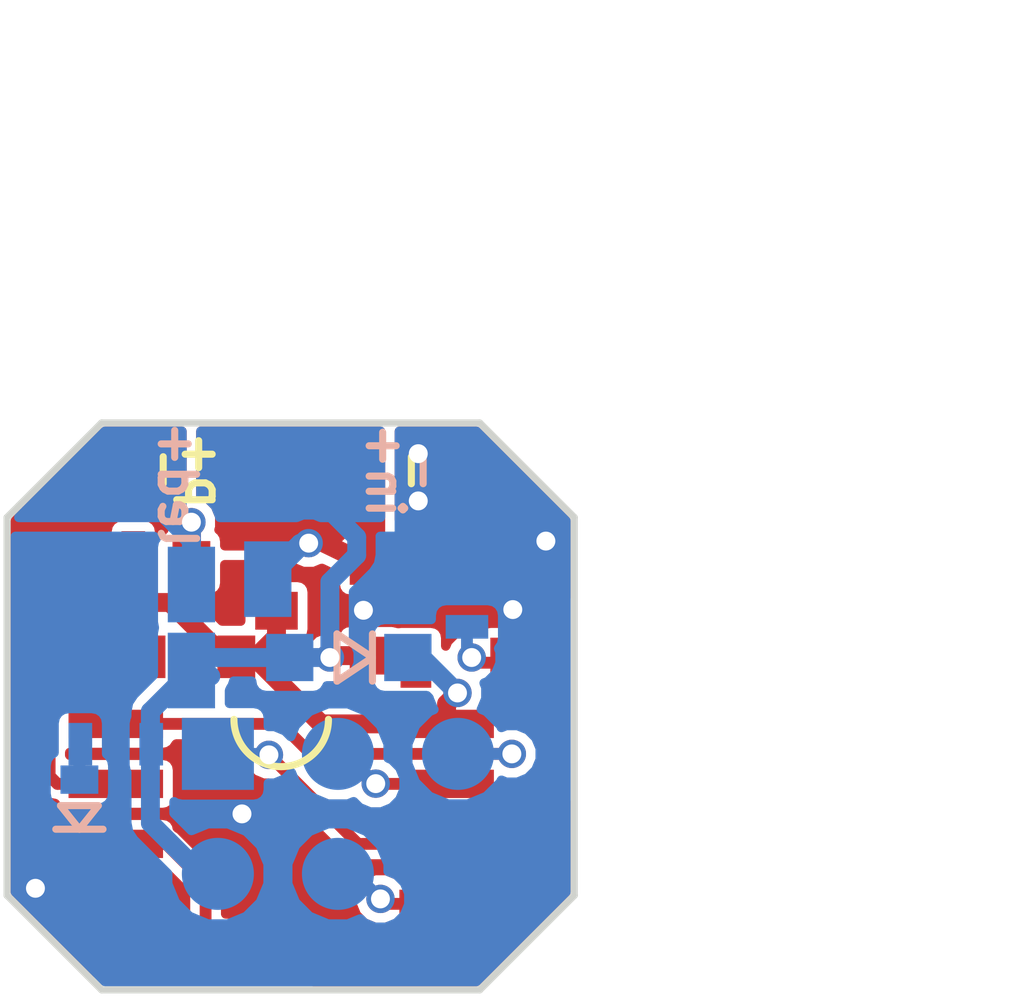
<source format=kicad_pcb>
(kicad_pcb (version 4) (host pcbnew 4.0.5+dfsg1-4)

  (general
    (links 37)
    (no_connects 0)
    (area -6.075001 -0.075001 6.075001 12.075001)
    (thickness 0.6)
    (drawings 17)
    (tracks 145)
    (zones 0)
    (modules 17)
    (nets 14)
  )

  (page A4)
  (layers
    (0 F.Cu signal)
    (31 B.Cu signal)
    (32 B.Adhes user)
    (33 F.Adhes user)
    (34 B.Paste user)
    (35 F.Paste user)
    (36 B.SilkS user)
    (37 F.SilkS user)
    (38 B.Mask user)
    (39 F.Mask user)
    (40 Dwgs.User user)
    (41 Cmts.User user)
    (42 Eco1.User user)
    (43 Eco2.User user)
    (44 Edge.Cuts user)
    (45 Margin user)
    (46 B.CrtYd user)
    (47 F.CrtYd user)
    (48 B.Fab user)
    (49 F.Fab user)
  )

  (setup
    (last_trace_width 0.25)
    (trace_clearance 0.2)
    (zone_clearance 0)
    (zone_45_only no)
    (trace_min 0.2)
    (segment_width 0.2)
    (edge_width 0.15)
    (via_size 0.6)
    (via_drill 0.4)
    (via_min_size 0.4)
    (via_min_drill 0.3)
    (uvia_size 0.3)
    (uvia_drill 0.1)
    (uvias_allowed no)
    (uvia_min_size 0.2)
    (uvia_min_drill 0.1)
    (pcb_text_width 0.3)
    (pcb_text_size 1.5 1.5)
    (mod_edge_width 0.15)
    (mod_text_size 1 1)
    (mod_text_width 0.15)
    (pad_size 0.5 0.9)
    (pad_drill 0)
    (pad_to_mask_clearance 0.2)
    (aux_axis_origin 0 0)
    (visible_elements FFFFFF7F)
    (pcbplotparams
      (layerselection 0x010f0_80000001)
      (usegerberextensions true)
      (excludeedgelayer true)
      (linewidth 0.100000)
      (plotframeref false)
      (viasonmask false)
      (mode 1)
      (useauxorigin false)
      (hpglpennumber 1)
      (hpglpenspeed 20)
      (hpglpendiameter 15)
      (hpglpenoverlay 2)
      (psnegative false)
      (psa4output false)
      (plotreference true)
      (plotvalue true)
      (plotinvisibletext false)
      (padsonsilk false)
      (subtractmaskfromsilk false)
      (outputformat 1)
      (mirror false)
      (drillshape 0)
      (scaleselection 1)
      (outputdirectory gerb/))
  )

  (net 0 "")
  (net 1 /VIN)
  (net 2 GND)
  (net 3 /RST)
  (net 4 /SCK)
  (net 5 /MISO)
  (net 6 /MOSI)
  (net 7 /PWRSW)
  (net 8 /DOUT)
  (net 9 "Net-(D3-Pad2)")
  (net 10 /VLED)
  (net 11 /VBAT)
  (net 12 /VCC)
  (net 13 /PROG)

  (net_class Default "This is the default net class."
    (clearance 0.2)
    (trace_width 0.25)
    (via_dia 0.6)
    (via_drill 0.4)
    (uvia_dia 0.3)
    (uvia_drill 0.1)
    (add_net /DOUT)
    (add_net /MISO)
    (add_net /MOSI)
    (add_net /PROG)
    (add_net /PWRSW)
    (add_net /RST)
    (add_net /SCK)
    (add_net "Net-(D3-Pad2)")
  )

  (net_class power ""
    (clearance 0.2)
    (trace_width 0.4)
    (via_dia 0.6)
    (via_drill 0.4)
    (uvia_dia 0.3)
    (uvia_drill 0.1)
    (add_net /VBAT)
    (add_net /VCC)
    (add_net /VIN)
    (add_net /VLED)
    (add_net GND)
  )

  (module soic8:SO8E (layer F.Cu) (tedit 589CAF75) (tstamp 5899092B)
    (at -0.2 8.275 270)
    (descr "module CMS SOJ 8 pins etroit")
    (tags "CMS SOJ")
    (path /5898F0F4)
    (attr smd)
    (fp_text reference IC1 (at 0 -0.889 270) (layer F.SilkS) hide
      (effects (font (size 1.143 1.143) (thickness 0.1524)))
    )
    (fp_text value ATTINY85-S (at 0 1.016 270) (layer F.SilkS) hide
      (effects (font (size 0.889 0.889) (thickness 0.1524)))
    )
    (fp_arc (start -2 0) (end -1 0) (angle 90) (layer F.SilkS) (width 0.15))
    (fp_arc (start -2 0) (end -2 -1) (angle 90) (layer F.SilkS) (width 0.15))
    (pad 8 smd rect (at -1.905 -3.5 270) (size 0.59944 2) (layers F.Cu F.Paste F.Mask)
      (net 12 /VCC))
    (pad 1 smd rect (at -1.905 3.5 270) (size 0.59944 2) (layers F.Cu F.Paste F.Mask)
      (net 3 /RST))
    (pad 7 smd rect (at -0.635 -3.5 270) (size 0.59944 2) (layers F.Cu F.Paste F.Mask)
      (net 4 /SCK))
    (pad 6 smd rect (at 0.635 -3.5 270) (size 0.59944 2) (layers F.Cu F.Paste F.Mask)
      (net 5 /MISO))
    (pad 5 smd rect (at 1.905 -3.5 270) (size 0.59944 2) (layers F.Cu F.Paste F.Mask)
      (net 6 /MOSI))
    (pad 2 smd rect (at -0.635 3.5 270) (size 0.59944 2) (layers F.Cu F.Paste F.Mask)
      (net 7 /PWRSW))
    (pad 3 smd rect (at 0.635 3.5 270) (size 0.59944 2) (layers F.Cu F.Paste F.Mask)
      (net 8 /DOUT))
    (pad 4 smd rect (at 1.905 3.5 270) (size 0.59944 2) (layers F.Cu F.Paste F.Mask)
      (net 2 GND))
    (model Housings_SOIC.3dshapes/SOIJ-8_5.3x5.3mm_Pitch1.27mm.wrl
      (at (xyz 0 0 0))
      (scale (xyz 1 1 1))
      (rotate (xyz 0 0 90))
    )
  )

  (module Pin_Headers:Pin_Header_Straight_1x02 (layer F.Cu) (tedit 589DB77F) (tstamp 589B5241)
    (at 1.27 1.02 90)
    (descr "Through hole pin header")
    (tags "pin header")
    (path /5898F9DF)
    (fp_text reference P3 (at 0 -5.1 90) (layer F.SilkS) hide
      (effects (font (size 1 1) (thickness 0.15)))
    )
    (fp_text value BATT (at 0 -3.1 90) (layer F.Fab) hide
      (effects (font (size 1 1) (thickness 0.15)))
    )
    (pad 1 smd rect (at 0 -1.27 90) (size 1 1) (layers F.Cu F.Mask)
      (net 11 /VBAT) (zone_connect 2))
    (pad 2 smd rect (at 0 2.54 90) (size 0.5 0.5) (layers F.Cu F.Mask)
      (net 2 GND) (zone_connect 2))
  )

  (module Pin_Headers:Pin_Header_Straight_1x02 (layer B.Cu) (tedit 589DB5B1) (tstamp 589AE5EB)
    (at -1.27 1.02 90)
    (descr "Through hole pin header")
    (tags "pin header")
    (path /5898F893)
    (fp_text reference P2 (at 0 5.1 90) (layer B.SilkS) hide
      (effects (font (size 1 1) (thickness 0.15)) (justify mirror))
    )
    (fp_text value CHARGER (at 0 3.1 90) (layer B.Fab) hide
      (effects (font (size 1 1) (thickness 0.15)) (justify mirror))
    )
    (pad 1 smd rect (at 0 1.27 90) (size 1 1) (layers B.Cu B.Mask)
      (net 1 /VIN) (zone_connect 2))
    (pad 2 smd rect (at 0.02 5.02 90) (size 0.5 0.5) (layers B.Cu B.Mask)
      (net 2 GND) (zone_connect 2))
  )

  (module Capacitors_SMD:C_1206 (layer B.Cu) (tedit 58991F5E) (tstamp 589908E9)
    (at -3.6 5.24 180)
    (descr "Capacitor SMD 1206, reflow soldering, AVX (see smccp.pdf)")
    (tags "capacitor 1206")
    (path /58990F90)
    (attr smd)
    (fp_text reference C1 (at 0 2.3 180) (layer B.SilkS) hide
      (effects (font (size 1 1) (thickness 0.15)) (justify mirror))
    )
    (fp_text value 4u7 (at 0 -2.3 180) (layer B.Fab) hide
      (effects (font (size 1 1) (thickness 0.15)) (justify mirror))
    )
    (pad 1 smd rect (at -1.5 0 180) (size 1 1.6) (layers B.Cu B.Paste B.Mask)
      (net 1 /VIN))
    (pad 2 smd rect (at 1.5 0 180) (size 1 1.6) (layers B.Cu B.Paste B.Mask)
      (net 2 GND))
    (model Capacitors_SMD.3dshapes/C_1206.wrl
      (at (xyz 0 0 0))
      (scale (xyz 1 1 1))
      (rotate (xyz 0 0 0))
    )
  )

  (module Capacitors_SMD:C_0603 (layer F.Cu) (tedit 589D2177) (tstamp 589D2405)
    (at -4.08 2.74 180)
    (descr "Capacitor SMD 0603, reflow soldering, AVX (see smccp.pdf)")
    (tags "capacitor 0603")
    (path /589D7C16)
    (attr smd)
    (fp_text reference C4 (at 0 -1.9 180) (layer F.SilkS) hide
      (effects (font (size 1 1) (thickness 0.15)))
    )
    (fp_text value 100n (at 0 1.9 180) (layer F.Fab) hide
      (effects (font (size 1 1) (thickness 0.15)))
    )
    (pad 1 smd rect (at -0.75 0 180) (size 0.5 0.9) (layers F.Cu F.Paste F.Mask)
      (net 12 /VCC))
    (pad 2 smd rect (at 0.75 0 180) (size 0.5 0.9) (layers F.Cu F.Paste F.Mask)
      (net 2 GND))
    (model Capacitors_SMD.3dshapes/C_0603.wrl
      (at (xyz 0 0 0))
      (scale (xyz 1 1 1))
      (rotate (xyz 0 0 0))
    )
  )

  (module TO_SOT_Packages_SMD:SOT-23-5 (layer F.Cu) (tedit 5899346D) (tstamp 58990E15)
    (at 3.6 3.975 270)
    (descr "5-pin SOT23 package")
    (tags SOT-23-5)
    (path /5898F60F)
    (attr smd)
    (fp_text reference U1 (at 0 -2.9 270) (layer F.SilkS) hide
      (effects (font (size 1 1) (thickness 0.15)))
    )
    (fp_text value MCP73831 (at 0 2.9 270) (layer F.Fab) hide
      (effects (font (size 1 1) (thickness 0.15)))
    )
    (pad 1 smd rect (at -1.1 -0.95 270) (size 1.06 0.65) (layers F.Cu F.Paste F.Mask)
      (net 5 /MISO))
    (pad 2 smd rect (at -1.1 0 270) (size 1.06 0.65) (layers F.Cu F.Paste F.Mask)
      (net 2 GND))
    (pad 3 smd rect (at -1.1 0.95 270) (size 1.06 0.65) (layers F.Cu F.Paste F.Mask)
      (net 11 /VBAT))
    (pad 4 smd rect (at 1.1 0.95 270) (size 1.06 0.65) (layers F.Cu F.Paste F.Mask)
      (net 1 /VIN))
    (pad 5 smd rect (at 1.1 -0.95 270) (size 1.06 0.65) (layers F.Cu F.Paste F.Mask)
      (net 13 /PROG))
    (model TO_SOT_Packages_SMD.3dshapes/SOT-23-5.wrl
      (at (xyz 0 0 0))
      (scale (xyz 1 1 1))
      (rotate (xyz 0 0 0))
    )
  )

  (module Diodes_SMD:SOD-323_HandSoldering (layer B.Cu) (tedit 589CF8E8) (tstamp 5899091F)
    (at 1.23 4.965 180)
    (descr SOD-323)
    (tags SOD-323)
    (path /5898F7E4)
    (attr smd)
    (fp_text reference D1 (at 0 1.85 180) (layer B.SilkS) hide
      (effects (font (size 1 1) (thickness 0.15)) (justify mirror))
    )
    (fp_text value D_Schottky (at 0.1 -1.9 180) (layer B.Fab) hide
      (effects (font (size 1 1) (thickness 0.15)) (justify mirror))
    )
    (fp_line (start -0.5 0) (end 0.25 0.5) (layer B.SilkS) (width 0.15))
    (fp_line (start 0.25 0.5) (end 0.25 -0.5) (layer B.SilkS) (width 0.15))
    (fp_line (start 0.25 -0.5) (end -0.5 0) (layer B.SilkS) (width 0.15))
    (fp_line (start -0.5 0.5) (end -0.5 -0.5) (layer B.SilkS) (width 0.15))
    (pad 1 smd rect (at -1.25 0 180) (size 1 1) (layers B.Cu B.Paste B.Mask)
      (net 12 /VCC))
    (pad 2 smd rect (at 1.25 0 180) (size 1 1) (layers B.Cu B.Paste B.Mask)
      (net 1 /VIN))
    (model Diodes_SMD.3dshapes/SOD-323.wrl
      (at (xyz 0 0 0))
      (scale (xyz 1 1 1))
      (rotate (xyz 0 0 180))
    )
  )

  (module Diodes_SMD:D_0603 (layer B.Cu) (tedit 589CB182) (tstamp 589D80DB)
    (at -4.47 8.4 90)
    (descr "Diode SMD in 0603 package")
    (tags "smd diode")
    (path /589B77EE)
    (attr smd)
    (fp_text reference D3 (at 0 -1.5 90) (layer B.SilkS) hide
      (effects (font (size 1 1) (thickness 0.15)) (justify mirror))
    )
    (fp_text value D (at 0 1.5 90) (layer B.Fab) hide
      (effects (font (size 1 1) (thickness 0.15)) (justify mirror))
    )
    (fp_line (start -0.2 0.5) (end -0.2 -0.5) (layer B.SilkS) (width 0.15))
    (fp_line (start -0.2 0) (end 0.3 0.4) (layer B.SilkS) (width 0.15))
    (fp_line (start 0.3 0.4) (end 0.3 -0.4) (layer B.SilkS) (width 0.15))
    (fp_line (start 0.3 -0.4) (end -0.2 0) (layer B.SilkS) (width 0.15))
    (pad 1 smd rect (at -0.85 0 90) (size 0.6 0.8) (layers B.Cu B.Paste B.Mask)
      (net 2 GND) (zone_connect 2))
    (pad 2 smd rect (at 0.85 0 90) (size 0.6 0.8) (layers B.Cu B.Paste B.Mask)
      (net 9 "Net-(D3-Pad2)"))
  )

  (module Resistors_SMD:R_0603 (layer B.Cu) (tedit 589BB010) (tstamp 58990961)
    (at 3.73 3.565 270)
    (descr "Resistor SMD 0603, reflow soldering, Vishay (see dcrcw.pdf)")
    (tags "resistor 0603")
    (path /58990110)
    (attr smd)
    (fp_text reference R1 (at 0 1.9 270) (layer B.SilkS) hide
      (effects (font (size 1 1) (thickness 0.15)) (justify mirror))
    )
    (fp_text value 15K (at 0 -1.9 270) (layer B.Fab) hide
      (effects (font (size 1 1) (thickness 0.15)) (justify mirror))
    )
    (pad 1 smd rect (at -0.75 0 270) (size 0.5 0.9) (layers B.Cu B.Paste B.Mask)
      (net 2 GND))
    (pad 2 smd rect (at 0.75 0 270) (size 0.5 0.9) (layers B.Cu B.Paste B.Mask)
      (net 13 /PROG))
    (model Resistors_SMD.3dshapes/R_0603.wrl
      (at (xyz 0 0 0))
      (scale (xyz 1 1 1))
      (rotate (xyz 0 0 0))
    )
  )

  (module Resistors_SMD:R_0603 (layer F.Cu) (tedit 589DE0D0) (tstamp 58990971)
    (at 5.07 7 90)
    (descr "Resistor SMD 0603, reflow soldering, Vishay (see dcrcw.pdf)")
    (tags "resistor 0603")
    (path /589CE986)
    (attr smd)
    (fp_text reference R2 (at 0 -1.9 90) (layer F.SilkS) hide
      (effects (font (size 1 1) (thickness 0.15)))
    )
    (fp_text value 0 (at 0 1.9 90) (layer F.Fab) hide
      (effects (font (size 1 1) (thickness 0.15)))
    )
    (pad 1 smd rect (at -0.76 0 90) (size 0.5 0.9) (layers F.Cu F.Paste F.Mask)
      (net 5 /MISO))
    (pad 2 smd rect (at 0.75 0 90) (size 0.5 0.9) (layers F.Cu F.Paste F.Mask)
      (net 5 /MISO))
    (model Resistors_SMD.3dshapes/R_0603.wrl
      (at (xyz 0 0 0))
      (scale (xyz 1 1 1))
      (rotate (xyz 0 0 0))
    )
  )

  (module Resistors_SMD:R_0603 (layer B.Cu) (tedit 589B6EC8) (tstamp 589B5354)
    (at -3.7 6.8)
    (descr "Resistor SMD 0603, reflow soldering, Vishay (see dcrcw.pdf)")
    (tags "resistor 0603")
    (path /589913D7)
    (attr smd)
    (fp_text reference R3 (at 0 1.9) (layer B.SilkS) hide
      (effects (font (size 1 1) (thickness 0.15)) (justify mirror))
    )
    (fp_text value 56K (at 0 -1.9) (layer B.Fab) hide
      (effects (font (size 1 1) (thickness 0.15)) (justify mirror))
    )
    (pad 1 smd rect (at -0.75 0) (size 0.5 0.9) (layers B.Cu B.Paste B.Mask)
      (net 9 "Net-(D3-Pad2)"))
    (pad 2 smd rect (at 0.75 0) (size 0.5 0.9) (layers B.Cu B.Paste B.Mask)
      (net 1 /VIN))
    (model Resistors_SMD.3dshapes/R_0603.wrl
      (at (xyz 0 0 0))
      (scale (xyz 1 1 1))
      (rotate (xyz 0 0 0))
    )
  )

  (module TO_SOT_Packages_SMD:SOT-23 (layer F.Cu) (tedit 589934AF) (tstamp 5899093E)
    (at 0.7 3.975 180)
    (descr "SOT-23, Standard")
    (tags SOT-23)
    (path /5898F25B)
    (attr smd)
    (fp_text reference Q1 (at 0 -2.5 180) (layer F.SilkS) hide
      (effects (font (size 1 1) (thickness 0.15)))
    )
    (fp_text value "AO2401-P Mosfet" (at 0 2.5 180) (layer F.Fab) hide
      (effects (font (size 1 1) (thickness 0.15)))
    )
    (pad 1 smd rect (at -1 -0.95 180) (size 0.9 0.8) (layers F.Cu F.Paste F.Mask)
      (net 1 /VIN))
    (pad 2 smd rect (at -1 0.95 180) (size 0.9 0.8) (layers F.Cu F.Paste F.Mask)
      (net 11 /VBAT))
    (pad 3 smd rect (at 1 0 180) (size 0.9 0.8) (layers F.Cu F.Paste F.Mask)
      (net 12 /VCC))
    (model TO_SOT_Packages_SMD.3dshapes/SOT-23.wrl
      (at (xyz 0 0 0))
      (scale (xyz 1 1 1))
      (rotate (xyz 0 0 90))
    )
  )

  (module Pin_Headers:Pin_Header_Straight_1x03 (layer F.Cu) (tedit 589DB7B0) (tstamp 589AE5DA)
    (at -4.3 12.05 90)
    (descr "Through hole pin header")
    (tags "pin header")
    (path /5898FABF)
    (fp_text reference P1 (at 0 -5.1 90) (layer F.SilkS) hide
      (effects (font (size 1 1) (thickness 0.15)))
    )
    (fp_text value LEDBALL (at 0 -3.1 90) (layer F.Fab) hide
      (effects (font (size 1 1) (thickness 0.15)))
    )
    (pad 1 smd rect (at 10.8 0.4 90) (size 0.5 0.5) (layers B.Cu B.Mask)
      (net 10 /VLED))
    (pad 2 smd rect (at 0.85 2.5 90) (size 1 4) (layers F.Cu F.Mask)
      (net 8 /DOUT))
    (pad 3 smd rect (at 10.9 0.5 90) (size 0.5 0.5) (layers F.Cu F.Mask)
      (net 2 GND) (zone_connect 2))
  )

  (module Capacitors_SMD:C_1206 (layer B.Cu) (tedit 58991F74) (tstamp 589908F9)
    (at -3.6 3.42 180)
    (descr "Capacitor SMD 1206, reflow soldering, AVX (see smccp.pdf)")
    (tags "capacitor 1206")
    (path /58992AB6)
    (attr smd)
    (fp_text reference C2 (at 0 2.3 180) (layer B.SilkS) hide
      (effects (font (size 1 1) (thickness 0.15)) (justify mirror))
    )
    (fp_text value 4u7 (at 0 -2.3 180) (layer B.Fab) hide
      (effects (font (size 1 1) (thickness 0.15)) (justify mirror))
    )
    (pad 1 smd rect (at -1.5 0 180) (size 1 1.6) (layers B.Cu B.Paste B.Mask)
      (net 10 /VLED))
    (pad 2 smd rect (at 1.5 0 180) (size 1 1.6) (layers B.Cu B.Paste B.Mask)
      (net 2 GND))
    (model Capacitors_SMD.3dshapes/C_1206.wrl
      (at (xyz 0 0 0))
      (scale (xyz 1 1 1))
      (rotate (xyz 0 0 0))
    )
  )

  (module Capacitors_SMD:C_1206 (layer B.Cu) (tedit 589920CE) (tstamp 58990909)
    (at 1.016 3.306)
    (descr "Capacitor SMD 1206, reflow soldering, AVX (see smccp.pdf)")
    (tags "capacitor 1206")
    (path /58992D26)
    (attr smd)
    (fp_text reference C3 (at 0 2.3) (layer B.SilkS) hide
      (effects (font (size 1 1) (thickness 0.15)) (justify mirror))
    )
    (fp_text value 4u7 (at 0 -2.3) (layer B.Fab) hide
      (effects (font (size 1 1) (thickness 0.15)) (justify mirror))
    )
    (pad 1 smd rect (at -1.5 0) (size 1 1.6) (layers B.Cu B.Paste B.Mask)
      (net 11 /VBAT))
    (pad 2 smd rect (at 1.5 0) (size 1 1.6) (layers B.Cu B.Paste B.Mask)
      (net 2 GND))
    (model Capacitors_SMD.3dshapes/C_1206.wrl
      (at (xyz 0 0 0))
      (scale (xyz 1 1 1))
      (rotate (xyz 0 0 0))
    )
  )

  (module TO_SOT_Packages_SMD:SOT-23 (layer F.Cu) (tedit 58992D70) (tstamp 58990951)
    (at -2.1 3.95 90)
    (descr "SOT-23, Standard")
    (tags SOT-23)
    (path /58991991)
    (attr smd)
    (fp_text reference Q2 (at 0 -2.5 90) (layer F.SilkS) hide
      (effects (font (size 1 1) (thickness 0.15)))
    )
    (fp_text value "AO2401-P Mosfet" (at 0 2.5 90) (layer F.Fab) hide
      (effects (font (size 1 1) (thickness 0.15)))
    )
    (pad 1 smd rect (at -1 -0.95 90) (size 0.9 0.8) (layers F.Cu F.Paste F.Mask)
      (net 7 /PWRSW))
    (pad 2 smd rect (at -1 0.95 90) (size 0.9 0.8) (layers F.Cu F.Paste F.Mask)
      (net 12 /VCC))
    (pad 3 smd rect (at 1 0 90) (size 0.9 0.8) (layers F.Cu F.Paste F.Mask)
      (net 10 /VLED))
    (model TO_SOT_Packages_SMD.3dshapes/SOT-23.wrl
      (at (xyz 0 0 0))
      (scale (xyz 1 1 1))
      (rotate (xyz 0 0 90))
    )
  )

  (module avr:pin_array_3x2 (layer B.Cu) (tedit 5527C087) (tstamp 589B5716)
    (at 1 8.275)
    (descr "Double rangee de contacts 2 x 4 pins")
    (tags CONN)
    (path /5898F050)
    (fp_text reference CON1 (at 0 3.81) (layer B.SilkS) hide
      (effects (font (size 1.016 1.016) (thickness 0.2032)) (justify mirror))
    )
    (fp_text value AVR-ISP-6 (at 0 -3.81) (layer B.SilkS) hide
      (effects (font (size 1.016 1.016) (thickness 0.2032)) (justify mirror))
    )
    (pad 1 smd rect (at -2.54 -1.27) (size 1.524 1.524) (layers B.Cu B.Paste B.Mask)
      (net 5 /MISO))
    (pad 2 smd circle (at -2.54 1.27) (size 1.524 1.524) (layers B.Cu B.Paste B.Mask)
      (net 1 /VIN))
    (pad 3 smd circle (at 0 -1.27) (size 1.524 1.524) (layers B.Cu B.Paste B.Mask)
      (net 4 /SCK))
    (pad 4 smd circle (at 0 1.27) (size 1.524 1.524) (layers B.Cu B.Paste B.Mask)
      (net 6 /MOSI))
    (pad 5 smd circle (at 2.54 -1.27) (size 1.524 1.524) (layers B.Cu B.Paste B.Mask)
      (net 3 /RST))
    (pad 6 smd circle (at 2.54 1.27) (size 1.524 1.524) (layers B.Cu B.Paste B.Mask)
      (net 2 GND))
    (model pin_array/pins_array_3x2.wrl
      (at (xyz 0 0 0))
      (scale (xyz 1 1 1))
      (rotate (xyz 0 0 0))
    )
  )

  (gr_text b+ (at -2 1 90) (layer F.SilkS)
    (effects (font (size 0.75 0.75) (thickness 0.15)))
  )
  (gr_text led+ (at -2.4 1.3 270) (layer B.SilkS)
    (effects (font (size 0.75 0.75) (thickness 0.15)) (justify mirror))
  )
  (gr_text - (at 2.75 1 90) (layer B.SilkS)
    (effects (font (size 0.75 0.75) (thickness 0.15)) (justify mirror))
  )
  (gr_text in+ (at 2 1 270) (layer B.SilkS)
    (effects (font (size 0.75 0.75) (thickness 0.15)) (justify mirror))
  )
  (gr_text - (at -2.75 1 90) (layer F.SilkS)
    (effects (font (size 0.75 0.75) (thickness 0.15)))
  )
  (gr_text - (at 2.5 1 90) (layer F.SilkS)
    (effects (font (size 0.75 0.75) (thickness 0.15)))
  )
  (dimension 12 (width 0.3) (layer Cmts.User)
    (gr_text "12.000 mm" (at 0 -7.1) (layer Cmts.User)
      (effects (font (size 1.5 1.5) (thickness 0.3)))
    )
    (feature1 (pts (xy 6 -2) (xy 6 -8.45)))
    (feature2 (pts (xy -6 -2) (xy -6 -8.45)))
    (crossbar (pts (xy -6 -5.75) (xy 6 -5.75)))
    (arrow1a (pts (xy 6 -5.75) (xy 4.873496 -5.163579)))
    (arrow1b (pts (xy 6 -5.75) (xy 4.873496 -6.336421)))
    (arrow2a (pts (xy -6 -5.75) (xy -4.873496 -5.163579)))
    (arrow2b (pts (xy -6 -5.75) (xy -4.873496 -6.336421)))
  )
  (dimension 12 (width 0.3) (layer Cmts.User)
    (gr_text "12.000 mm" (at 12.98 5.95 270) (layer Cmts.User)
      (effects (font (size 1.5 1.5) (thickness 0.3)))
    )
    (feature1 (pts (xy 8 12) (xy 14.2 12)))
    (feature2 (pts (xy 8 0) (xy 14.2 0)))
    (crossbar (pts (xy 11.5 0) (xy 11.5 12)))
    (arrow1a (pts (xy 11.5 12) (xy 10.913579 10.873496)))
    (arrow1b (pts (xy 11.5 12) (xy 12.086421 10.873496)))
    (arrow2a (pts (xy 11.5 0) (xy 10.913579 1.126504)))
    (arrow2b (pts (xy 11.5 0) (xy 12.086421 1.126504)))
  )
  (gr_line (start 4 0) (end -4 0) (angle 90) (layer Edge.Cuts) (width 0.15))
  (gr_line (start 6 2) (end 4 0) (angle 90) (layer Edge.Cuts) (width 0.15))
  (gr_line (start 6 10) (end 6 2) (angle 90) (layer Edge.Cuts) (width 0.15))
  (gr_line (start 4 12) (end 6 10) (angle 90) (layer Edge.Cuts) (width 0.15))
  (gr_line (start -4 12) (end 4 12) (angle 90) (layer Edge.Cuts) (width 0.15))
  (gr_line (start -6 10) (end -4 12) (angle 90) (layer Edge.Cuts) (width 0.15))
  (gr_line (start -6 2) (end -6 10) (angle 90) (layer Edge.Cuts) (width 0.15))
  (gr_line (start -5.75 1.75) (end -6 2) (angle 90) (layer Edge.Cuts) (width 0.15))
  (gr_line (start -4 0) (end -5.75 1.75) (angle 90) (layer Edge.Cuts) (width 0.15))

  (segment (start -2.9675 6.1075) (end -2.9675 6.7825) (width 0.4) (layer B.Cu) (net 1))
  (segment (start -2.9675 6.7825) (end -2.95 6.8) (width 0.4) (layer B.Cu) (net 1) (tstamp 589DBFE6))
  (segment (start -2.9675 8.4675) (end -2.9675 6.1075) (width 0.4) (layer B.Cu) (net 1))
  (segment (start -2.9675 6.1075) (end -2.1 5.24) (width 0.4) (layer B.Cu) (net 1) (tstamp 589DB22E))
  (segment (start -0.02 4.965) (end -1.825 4.965) (width 0.4) (layer B.Cu) (net 1))
  (segment (start -1.825 4.965) (end -2.1 5.24) (width 0.4) (layer B.Cu) (net 1) (tstamp 589DB229))
  (segment (start -2.1 5.25) (end -1.8 5.25) (width 0.4) (layer B.Cu) (net 1))
  (segment (start -1.8 5.25) (end -1.691284 5.358716) (width 0.4) (layer B.Cu) (net 1) (tstamp 589DAFF8))
  (segment (start -1.691284 5.358716) (end -2.1 5.25) (width 0.4) (layer B.Cu) (net 1) (tstamp 589DAFFC))
  (segment (start 0.83 4.965) (end 0.83 3.365) (width 0.4) (layer B.Cu) (net 1))
  (segment (start 1.397 2.417) (end 0 1.02) (width 0.4) (layer B.Cu) (net 1) (tstamp 589DAF6D))
  (segment (start 1.397 2.798) (end 1.397 2.417) (width 0.4) (layer B.Cu) (net 1) (tstamp 589DAF6A))
  (segment (start 0.83 3.365) (end 1.397 2.798) (width 0.4) (layer B.Cu) (net 1) (tstamp 589DAF67))
  (segment (start -1.54 9.545) (end -1.89 9.545) (width 0.4) (layer B.Cu) (net 1))
  (segment (start -1.89 9.545) (end -2.9675 8.4675) (width 0.4) (layer B.Cu) (net 1) (tstamp 589CFE7A))
  (segment (start -0.02 4.965) (end 0.83 4.965) (width 0.4) (layer B.Cu) (net 1) (tstamp 589CFE23))
  (via (at 0.83 4.965) (size 0.6) (drill 0.4) (layers F.Cu B.Cu) (net 1))
  (segment (start 0.83 4.965) (end 0.87 4.925) (width 0.4) (layer F.Cu) (net 1) (tstamp 589CFE2A))
  (segment (start 0.87 4.925) (end 1.7 4.925) (width 0.4) (layer F.Cu) (net 1) (tstamp 589CFE2B))
  (segment (start 1.7 4.925) (end 2.5 4.925) (width 0.4) (layer F.Cu) (net 1))
  (segment (start 2.5 4.925) (end 2.65 5.075) (width 0.4) (layer F.Cu) (net 1) (tstamp 589CFCF2))
  (segment (start 3.75 1) (end 4.3 1) (width 0.4) (layer B.Cu) (net 2))
  (via (at 5.4 2.5) (size 0.6) (drill 0.4) (layers F.Cu B.Cu) (net 2))
  (segment (start 5.4 2.1) (end 5.4 2.5) (width 0.4) (layer B.Cu) (net 2) (tstamp 589DC5F4))
  (segment (start 4.3 1) (end 5.4 2.1) (width 0.4) (layer B.Cu) (net 2) (tstamp 589DC5F2))
  (segment (start 3.75 1) (end 3.05 1) (width 0.4) (layer B.Cu) (net 2))
  (segment (start 2.7 1.65) (end 3.1 1.65) (width 0.4) (layer B.Cu) (net 2) (tstamp 589DB824))
  (via (at 2.7 1.65) (size 0.6) (drill 0.4) (layers F.Cu B.Cu) (net 2))
  (segment (start 2.7 0.65) (end 2.7 1.65) (width 0.4) (layer F.Cu) (net 2) (tstamp 589DB821))
  (via (at 2.7 0.65) (size 0.6) (drill 0.4) (layers F.Cu B.Cu) (net 2))
  (segment (start 3.05 1) (end 2.7 0.65) (width 0.4) (layer B.Cu) (net 2) (tstamp 589DB818))
  (segment (start -5.1 3.42) (end -4.97 3.42) (width 0.4) (layer B.Cu) (net 2))
  (segment (start -4.97 3.42) (end -4.2 2.65) (width 0.4) (layer B.Cu) (net 2) (tstamp 589DB7E8))
  (segment (start -3.7 10.18) (end -5.07 10.18) (width 0.4) (layer F.Cu) (net 2))
  (via (at -5.4 9.85) (size 0.6) (drill 0.4) (layers F.Cu B.Cu) (net 2))
  (segment (start -5.07 10.18) (end -5.4 9.85) (width 0.4) (layer F.Cu) (net 2) (tstamp 589DB71E))
  (segment (start -3.7 10.18) (end -3.85 10.18) (width 0.4) (layer F.Cu) (net 2))
  (segment (start 3.67 2.875) (end 3.67 1.065) (width 0.4) (layer B.Cu) (net 2) (tstamp 589D0130))
  (segment (start 3.73 1.125) (end 3.67 1.065) (width 0.4) (layer B.Cu) (net 2) (tstamp 589D001F))
  (segment (start 3.73 2.815) (end 3.73 1.125) (width 0.4) (layer B.Cu) (net 2))
  (segment (start 3.6 2.875) (end 3.6 1.135) (width 0.4) (layer F.Cu) (net 2))
  (segment (start 3.6 1.135) (end 3.67 1.065) (width 0.4) (layer F.Cu) (net 2) (tstamp 589CFEC0))
  (segment (start 3.54 9.545) (end 2.87 9.545) (width 0.25) (layer B.Cu) (net 2))
  (segment (start 2.87 9.545) (end 1.54 8.215) (width 0.25) (layer B.Cu) (net 2) (tstamp 589D0946))
  (segment (start 1.54 8.215) (end -0.97 8.215) (width 0.25) (layer B.Cu) (net 2) (tstamp 589D0947))
  (segment (start -0.97 8.215) (end -1.03 8.275) (width 0.25) (layer B.Cu) (net 2) (tstamp 589D094D))
  (via (at -1.03 8.275) (size 0.6) (drill 0.4) (layers F.Cu B.Cu) (net 2))
  (segment (start -1.03 8.275) (end -1.04 8.265) (width 0.25) (layer F.Cu) (net 2) (tstamp 589D095A))
  (segment (start 2.33 3.265) (end 2.24 3.265) (width 0.4) (layer B.Cu) (net 2))
  (segment (start 2.24 3.265) (end 1.54 3.965) (width 0.4) (layer B.Cu) (net 2) (tstamp 589D08C2))
  (via (at 1.54 3.965) (size 0.6) (drill 0.4) (layers F.Cu B.Cu) (net 2))
  (segment (start 3.6 2.875) (end 3.6 3.495) (width 0.4) (layer F.Cu) (net 2))
  (via (at 4.7 3.95) (size 0.6) (drill 0.4) (layers F.Cu B.Cu) (net 2))
  (segment (start 4.13 4.025) (end 4.7 3.95) (width 0.4) (layer F.Cu) (net 2) (tstamp 589D088A))
  (segment (start 3.6 3.495) (end 4.13 4.025) (width 0.4) (layer F.Cu) (net 2) (tstamp 589D0888))
  (segment (start 2.33 3.265) (end 3.28 3.265) (width 0.4) (layer B.Cu) (net 2))
  (segment (start 3.28 3.265) (end 3.67 2.875) (width 0.4) (layer B.Cu) (net 2) (tstamp 589D012E))
  (segment (start 3.28 3.265) (end 3.73 2.815) (width 0.4) (layer B.Cu) (net 2) (tstamp 589D001C))
  (segment (start -3.7 6.37) (end -0.205 6.37) (width 0.25) (layer F.Cu) (net 3))
  (segment (start 4.68 7.005) (end 3.54 7.005) (width 0.25) (layer B.Cu) (net 3) (tstamp 589CFD23))
  (via (at 4.68 7.005) (size 0.6) (drill 0.4) (layers F.Cu B.Cu) (net 3))
  (segment (start 0.43 7.005) (end 4.68 7.005) (width 0.25) (layer F.Cu) (net 3) (tstamp 589CFD21))
  (segment (start -0.205 6.37) (end 0.43 7.005) (width 0.25) (layer F.Cu) (net 3) (tstamp 589CFD20))
  (segment (start 3.3 7.64) (end 1.805 7.64) (width 0.25) (layer F.Cu) (net 4))
  (segment (start 1.8 7.635) (end 1.17 7.005) (width 0.25) (layer B.Cu) (net 4) (tstamp 589CFD28))
  (via (at 1.8 7.635) (size 0.6) (drill 0.4) (layers F.Cu B.Cu) (net 4))
  (segment (start 1.805 7.64) (end 1.8 7.635) (width 0.25) (layer F.Cu) (net 4) (tstamp 589CFD26))
  (segment (start 1.17 7.005) (end 1 7.005) (width 0.25) (layer B.Cu) (net 4) (tstamp 589CFD29))
  (segment (start 5.4 7.4) (end 5.4 6.65) (width 0.25) (layer F.Cu) (net 5))
  (segment (start 5.4 6.65) (end 5 6.25) (width 0.25) (layer F.Cu) (net 5) (tstamp 589DDF6A))
  (segment (start 5.4 3.7) (end 4.575 2.875) (width 0.25) (layer F.Cu) (net 5) (tstamp 589DDF3F))
  (segment (start 5.4 6.65) (end 5.4 3.7) (width 0.25) (layer F.Cu) (net 5) (tstamp 589DDF3E))
  (segment (start 5.05 7.75) (end 5.4 7.4) (width 0.25) (layer F.Cu) (net 5) (tstamp 589DDF66))
  (segment (start 5.05 7.75) (end 5.4 7.4) (width 0.25) (layer F.Cu) (net 5) (tstamp 589DDF3B))
  (segment (start 5.27 7.73) (end 5.27 8.03) (width 0.25) (layer F.Cu) (net 5))
  (segment (start 5.27 8.03) (end 4.39 8.91) (width 0.25) (layer F.Cu) (net 5) (tstamp 589DE8B6))
  (segment (start 4.39 8.91) (end 3.3 8.91) (width 0.25) (layer F.Cu) (net 5) (tstamp 589DE8B8))
  (segment (start 4.06 8.91) (end 3.3 8.91) (width 0.25) (layer F.Cu) (net 5) (tstamp 589D1BBA))
  (segment (start 5 6.25) (end 5.4 6.25) (width 0.25) (layer F.Cu) (net 5))
  (segment (start 4.55 2.875) (end 4.55 2.9) (width 0.25) (layer F.Cu) (net 5))
  (segment (start 5 7.75) (end 5.05 7.75) (width 0.25) (layer F.Cu) (net 5))
  (segment (start 4.575 2.875) (end 4.55 2.875) (width 0.25) (layer F.Cu) (net 5) (tstamp 589DDF44))
  (segment (start 3.3 8.91) (end 1.425 8.91) (width 0.25) (layer F.Cu) (net 5))
  (segment (start -0.48 7.005) (end -1.54 7.005) (width 0.25) (layer B.Cu) (net 5) (tstamp 589CFD2F))
  (segment (start -0.46 7.025) (end -0.48 7.005) (width 0.25) (layer B.Cu) (net 5) (tstamp 589CFD2E))
  (via (at -0.46 7.025) (size 0.6) (drill 0.4) (layers F.Cu B.Cu) (net 5))
  (segment (start 1.425 8.91) (end -0.46 7.025) (width 0.25) (layer F.Cu) (net 5) (tstamp 589CFD2B))
  (segment (start 3.3 10.18) (end 2.005 10.18) (width 0.25) (layer F.Cu) (net 6))
  (segment (start 1.9 10.075) (end 1.37 9.545) (width 0.25) (layer B.Cu) (net 6) (tstamp 589CFD1B))
  (via (at 1.9 10.075) (size 0.6) (drill 0.4) (layers F.Cu B.Cu) (net 6))
  (segment (start 2.005 10.18) (end 1.9 10.075) (width 0.25) (layer F.Cu) (net 6) (tstamp 589CFD19))
  (segment (start 1.37 9.545) (end 1 9.545) (width 0.25) (layer B.Cu) (net 6) (tstamp 589CFD1C))
  (segment (start -3 4.95) (end -4.1 4.975) (width 0.25) (layer F.Cu) (net 7))
  (segment (start -4.1 4.975) (end -5.1 5.975) (width 0.25) (layer F.Cu) (net 7) (tstamp 589CFD00))
  (segment (start -4.935 7.64) (end -3.7 7.64) (width 0.25) (layer F.Cu) (net 7) (tstamp 589CFD03))
  (segment (start -5.1 7.475) (end -4.935 7.64) (width 0.25) (layer F.Cu) (net 7) (tstamp 589CFD02))
  (segment (start -5.1 5.975) (end -5.1 7.475) (width 0.25) (layer F.Cu) (net 7) (tstamp 589CFD01))
  (segment (start -3.7 8.91) (end -2.64 8.91) (width 0.25) (layer F.Cu) (net 8))
  (segment (start -1.8 9.75) (end -1.8 11.2) (width 0.25) (layer F.Cu) (net 8) (tstamp 589DB713))
  (segment (start -2.64 8.91) (end -1.8 9.75) (width 0.25) (layer F.Cu) (net 8) (tstamp 589DB712))
  (segment (start -4.47 7.56) (end -4.47 6.82) (width 0.25) (layer B.Cu) (net 9))
  (segment (start -4.47 6.82) (end -4.45 6.8) (width 0.25) (layer B.Cu) (net 9) (tstamp 589DE8F0))
  (segment (start -2.592871 1.992871) (end -2.1 2.485742) (width 0.4) (layer B.Cu) (net 10) (tstamp 589E4C0D))
  (segment (start -2.592871 1.788713) (end -2.592871 1.992871) (width 0.4) (layer B.Cu) (net 10))
  (segment (start -2.1 2.485742) (end -2.1 2.1) (width 0.4) (layer B.Cu) (net 10) (tstamp 589E4C24))
  (segment (start -2.592871 1.788713) (end -2.1 2.1) (width 0.4) (layer B.Cu) (net 10) (tstamp 589E4C0B))
  (segment (start -2.1 3.42) (end -2.1 2.73) (width 0.4) (layer B.Cu) (net 10))
  (segment (start -2.1 2.73) (end -2.1 2.485742) (width 0.4) (layer B.Cu) (net 10) (tstamp 589DB261))
  (segment (start -2.1 2.73) (end -2.1 2.95) (width 0.4) (layer F.Cu) (net 10) (tstamp 589DAF0E))
  (segment (start -4.064 1.02) (end -3.81 1.02) (width 0.4) (layer B.Cu) (net 10))
  (segment (start -3.81 1.02) (end -2.592871 1.788713) (width 0.4) (layer B.Cu) (net 10) (tstamp 589DAF03))
  (via (at -2.1 2.1) (size 0.6) (drill 0.4) (layers F.Cu B.Cu) (net 10))
  (segment (start -2.1 2.1) (end -2.1 2.73) (width 0.4) (layer F.Cu) (net 10) (tstamp 589DAF0D))
  (segment (start 0.381 2.544) (end 0.278 2.544) (width 0.4) (layer B.Cu) (net 11))
  (segment (start 0.278 2.544) (end -0.484 3.306) (width 0.4) (layer B.Cu) (net 11) (tstamp 589DAFE3))
  (segment (start -0.67 3.265) (end -0.515 3.265) (width 0.4) (layer B.Cu) (net 11))
  (segment (start -0.515 3.265) (end 0.2 2.55) (width 0.4) (layer B.Cu) (net 11) (tstamp 589D7E6D))
  (segment (start 0.2 2.55) (end 0.381 2.544) (width 0.4) (layer B.Cu) (net 11) (tstamp 589D7E70))
  (via (at 0.381 2.544) (size 0.6) (drill 0.4) (layers F.Cu B.Cu) (net 11))
  (segment (start 0.381 2.544) (end 0.511 2.414) (width 0.4) (layer F.Cu) (net 11) (tstamp 589D7E77))
  (segment (start 0.511 2.414) (end 0.511 2.344) (width 0.4) (layer F.Cu) (net 11) (tstamp 589D7E78))
  (segment (start 0 1.02) (end 0.511 2.344) (width 0.4) (layer F.Cu) (net 11))
  (segment (start 0.511 2.344) (end 0.511 2.449) (width 0.4) (layer F.Cu) (net 11) (tstamp 589D7E7A))
  (segment (start 0.511 2.449) (end 1.7 3.025) (width 0.4) (layer F.Cu) (net 11) (tstamp 589CFEBD))
  (segment (start 1.7 3.025) (end 2.5 3.025) (width 0.4) (layer F.Cu) (net 11))
  (segment (start 2.5 3.025) (end 2.65 2.875) (width 0.4) (layer F.Cu) (net 11) (tstamp 589CFCF0))
  (segment (start -3.4 2.6) (end -3.15 3.6) (width 0.4) (layer F.Cu) (net 12))
  (segment (start -2.95 3.8) (end -3.15 3.6) (width 0.4) (layer F.Cu) (net 12) (tstamp 589DB097))
  (segment (start -2.55 3.8) (end -2.95 3.8) (width 0.4) (layer F.Cu) (net 12) (tstamp 589DB091))
  (segment (start -2.55 3.8) (end -1.4 4.95) (width 0.4) (layer F.Cu) (net 12) (tstamp 589DB090))
  (segment (start -1.15 4.95) (end -1.4 4.95) (width 0.4) (layer F.Cu) (net 12))
  (segment (start 2.48 4.965) (end 2.78 4.965) (width 0.4) (layer B.Cu) (net 12))
  (segment (start 2.78 4.965) (end 3.53 5.715) (width 0.4) (layer B.Cu) (net 12) (tstamp 589D00C8))
  (via (at 3.53 5.715) (size 0.6) (drill 0.4) (layers F.Cu B.Cu) (net 12))
  (segment (start 3.53 5.715) (end 3.3 5.945) (width 0.4) (layer F.Cu) (net 12) (tstamp 589D00CF))
  (segment (start 3.3 5.945) (end 3.3 6.37) (width 0.4) (layer F.Cu) (net 12) (tstamp 589D00D0))
  (segment (start 3.3 6.37) (end 0.645 6.37) (width 0.4) (layer F.Cu) (net 12))
  (segment (start 0.645 6.37) (end -0.75 4.975) (width 0.4) (layer F.Cu) (net 12) (tstamp 589CFD05))
  (segment (start -0.3 3.975) (end -0.3 4.525) (width 0.4) (layer F.Cu) (net 12))
  (segment (start -0.3 4.525) (end -0.75 4.975) (width 0.4) (layer F.Cu) (net 12) (tstamp 589CFCFB))
  (segment (start 4.55 5.075) (end 3.94 5.075) (width 0.25) (layer F.Cu) (net 13))
  (segment (start 3.73 4.865) (end 3.73 4.315) (width 0.25) (layer B.Cu) (net 13) (tstamp 589CFF53))
  (segment (start 3.83 4.965) (end 3.73 4.865) (width 0.25) (layer B.Cu) (net 13) (tstamp 589CFF52))
  (via (at 3.83 4.965) (size 0.6) (drill 0.4) (layers F.Cu B.Cu) (net 13))
  (segment (start 3.94 5.075) (end 3.83 4.965) (width 0.25) (layer F.Cu) (net 13) (tstamp 589CFF4F))

  (zone (net 11) (net_name /VBAT) (layer F.Cu) (tstamp 589E39E7) (hatch edge 0.508)
    (connect_pads (clearance 0))
    (min_thickness 0.2)
    (fill yes (arc_segments 16) (thermal_gap 0.2) (thermal_bridge_width 0.508))
    (polygon
      (pts
        (xy 2 2.7) (xy -2 2.7) (xy -2 0) (xy 2 -0.1)
      )
    )
    (filled_polygon
      (pts
        (xy 1.9 2.354) (xy 1.854 2.4) (xy 1.854 2.6) (xy 1.546 2.6) (xy 1.546 2.4)
        (xy 1.471 2.325) (xy 1.190326 2.325) (xy 1.080063 2.370672) (xy 0.995672 2.455064) (xy 0.95 2.565327)
        (xy 0.95 2.6) (xy -1.394123 2.6) (xy -1.394123 2.5) (xy -1.415042 2.388827) (xy -1.480745 2.286721)
        (xy -1.517449 2.261642) (xy -1.500104 2.219871) (xy -1.499896 1.981176) (xy -1.591048 1.760571) (xy -1.759683 1.591641)
        (xy -1.9 1.533376) (xy -1.9 0.175) (xy 1.9 0.175)
      )
    )
  )
  (zone (net 2) (net_name GND) (layer F.Cu) (tstamp 589E3A2D) (hatch edge 0.508)
    (connect_pads yes (clearance 0))
    (min_thickness 0.2)
    (fill yes (arc_segments 16) (thermal_gap 0.2) (thermal_bridge_width 0.508))
    (polygon
      (pts
        (xy -2.2 2.9) (xy 2.2 2.9) (xy 2.2 0) (xy 4 0) (xy 6 2)
        (xy 6 10) (xy 4 12) (xy -4 12) (xy -6 10) (xy -6 2)
        (xy -4 0) (xy -2.2 0)
      )
    )
    (filled_polygon
      (pts
        (xy -2.3 1.533437) (xy -2.439429 1.591048) (xy -2.608359 1.759683) (xy -2.699896 1.980129) (xy -2.700104 2.218824)
        (xy -2.68266 2.261042) (xy -2.713279 2.280745) (xy -2.774123 2.369793) (xy -2.774123 2.29) (xy -2.795042 2.178827)
        (xy -2.860745 2.076721) (xy -2.960997 2.008222) (xy -3.08 1.984123) (xy -3.58 1.984123) (xy -3.691173 2.005042)
        (xy -3.793279 2.070745) (xy -3.861778 2.170997) (xy -3.885877 2.29) (xy -3.885877 2.50219) (xy -3.894555 2.526408)
        (xy -3.885877 2.704708) (xy -3.885877 3.19) (xy -3.864958 3.301173) (xy -3.799255 3.403279) (xy -3.699003 3.471778)
        (xy -3.69736 3.472111) (xy -3.635071 3.721267) (xy -3.619193 3.754879) (xy -3.61194 3.791342) (xy -3.577905 3.842278)
        (xy -3.55174 3.897666) (xy -3.524205 3.922645) (xy -3.503553 3.953553) (xy -3.303553 4.153554) (xy -3.242837 4.194123)
        (xy -3.45 4.194123) (xy -3.561173 4.215042) (xy -3.663279 4.280745) (xy -3.731778 4.380997) (xy -3.755877 4.5)
        (xy -3.755877 4.54207) (xy -4.109657 4.55011) (xy -4.185954 4.567097) (xy -4.262641 4.582351) (xy -4.266726 4.585081)
        (xy -4.27152 4.586148) (xy -4.335496 4.631031) (xy -4.40052 4.674479) (xy -5.40052 5.67448) (xy -5.492649 5.812359)
        (xy -5.496918 5.833824) (xy -5.525 5.975) (xy -5.525 7.475) (xy -5.50265 7.587359) (xy -5.492649 7.637641)
        (xy -5.40052 7.77552) (xy -5.235521 7.94052) (xy -5.184772 7.974429) (xy -5.09764 8.032649) (xy -4.981881 8.055675)
        (xy -4.919255 8.152999) (xy -4.819003 8.221498) (xy -4.7 8.245597) (xy -2.7 8.245597) (xy -2.588827 8.224678)
        (xy -2.486721 8.158975) (xy -2.418222 8.058723) (xy -2.394123 7.93972) (xy -2.394123 7.34028) (xy -2.415042 7.229107)
        (xy -2.480745 7.127001) (xy -2.580997 7.058502) (xy -2.7 7.034403) (xy -4.675 7.034403) (xy -4.675 6.975597)
        (xy -2.7 6.975597) (xy -2.588827 6.954678) (xy -2.486721 6.888975) (xy -2.422511 6.795) (xy -1.014167 6.795)
        (xy -1.059896 6.905129) (xy -1.060104 7.143824) (xy -0.968952 7.364429) (xy -0.800317 7.533359) (xy -0.579871 7.624896)
        (xy -0.461041 7.625) (xy 1.12448 9.210521) (xy 1.262359 9.302649) (xy 1.425 9.335) (xy 2.02412 9.335)
        (xy 2.080745 9.422999) (xy 2.180997 9.491498) (xy 2.3 9.515597) (xy 4.3 9.515597) (xy 4.411173 9.494678)
        (xy 4.513279 9.428975) (xy 4.581778 9.328723) (xy 4.592444 9.276053) (xy 4.69052 9.21052) (xy 5.57052 8.33052)
        (xy 5.588977 8.302898) (xy 5.631173 8.294958) (xy 5.733279 8.229255) (xy 5.801778 8.129003) (xy 5.825 8.014331)
        (xy 5.825 9.927512) (xy 3.927512 11.825) (xy 0.47768 11.825) (xy 0.481778 11.819003) (xy 0.505877 11.7)
        (xy 0.505877 10.7) (xy 0.484958 10.588827) (xy 0.419255 10.486721) (xy 0.319003 10.418222) (xy 0.2 10.394123)
        (xy -1.375 10.394123) (xy -1.375 10.193824) (xy 1.299896 10.193824) (xy 1.391048 10.414429) (xy 1.559683 10.583359)
        (xy 1.780129 10.674896) (xy 2.018824 10.675104) (xy 2.058643 10.658651) (xy 2.080745 10.692999) (xy 2.180997 10.761498)
        (xy 2.3 10.785597) (xy 4.3 10.785597) (xy 4.411173 10.764678) (xy 4.513279 10.698975) (xy 4.581778 10.598723)
        (xy 4.605877 10.47972) (xy 4.605877 9.88028) (xy 4.584958 9.769107) (xy 4.519255 9.667001) (xy 4.419003 9.598502)
        (xy 4.3 9.574403) (xy 2.3 9.574403) (xy 2.256278 9.58263) (xy 2.240317 9.566641) (xy 2.019871 9.475104)
        (xy 1.781176 9.474896) (xy 1.560571 9.566048) (xy 1.391641 9.734683) (xy 1.300104 9.955129) (xy 1.299896 10.193824)
        (xy -1.375 10.193824) (xy -1.375 9.75) (xy -1.407351 9.58736) (xy -1.482497 9.474896) (xy -1.49948 9.449479)
        (xy -2.33948 8.60948) (xy -2.402153 8.567602) (xy -2.415042 8.499107) (xy -2.480745 8.397001) (xy -2.580997 8.328502)
        (xy -2.7 8.304403) (xy -4.7 8.304403) (xy -4.811173 8.325322) (xy -4.913279 8.391025) (xy -4.981778 8.491277)
        (xy -5.005877 8.61028) (xy -5.005877 9.20972) (xy -4.984958 9.320893) (xy -4.919255 9.422999) (xy -4.819003 9.491498)
        (xy -4.7 9.515597) (xy -2.7 9.515597) (xy -2.645667 9.505373) (xy -2.225 9.926041) (xy -2.225 10.394123)
        (xy -3.8 10.394123) (xy -3.911173 10.415042) (xy -4.013279 10.480745) (xy -4.081778 10.580997) (xy -4.105877 10.7)
        (xy -4.105877 11.646635) (xy -5.825 9.927512) (xy -5.825 2.072488) (xy -5.626259 1.873746) (xy -5.626256 1.873744)
        (xy -3.927513 0.175) (xy -2.3 0.175)
      )
    )
    (filled_polygon
      (pts
        (xy 5.825 2.072488) (xy 5.825 3.7) (xy 5.792649 3.53736) (xy 5.708846 3.41194) (xy 5.70052 3.399479)
        (xy 5.180877 2.879837) (xy 5.180877 2.345) (xy 5.159958 2.233827) (xy 5.094255 2.131721) (xy 4.994003 2.063222)
        (xy 4.875 2.039123) (xy 4.225 2.039123) (xy 4.113827 2.060042) (xy 4.011721 2.125745) (xy 3.943222 2.225997)
        (xy 3.919123 2.345) (xy 3.919123 3.405) (xy 3.940042 3.516173) (xy 4.005745 3.618279) (xy 4.105997 3.686778)
        (xy 4.225 3.710877) (xy 4.809836 3.710877) (xy 4.975 3.876041) (xy 4.975 4.259374) (xy 4.875 4.239123)
        (xy 4.225 4.239123) (xy 4.113827 4.260042) (xy 4.011721 4.325745) (xy 3.977102 4.376411) (xy 3.949871 4.365104)
        (xy 3.711176 4.364896) (xy 3.490571 4.456048) (xy 3.321641 4.624683) (xy 3.280877 4.722854) (xy 3.280877 4.545)
        (xy 3.259958 4.433827) (xy 3.194255 4.331721) (xy 3.094003 4.263222) (xy 2.975 4.239123) (xy 2.325 4.239123)
        (xy 2.276391 4.24827) (xy 2.269003 4.243222) (xy 2.15 4.219123) (xy 1.25 4.219123) (xy 1.138827 4.240042)
        (xy 1.036721 4.305745) (xy 0.985932 4.380078) (xy 0.949871 4.365104) (xy 0.711176 4.364896) (xy 0.490571 4.456048)
        (xy 0.387215 4.559224) (xy 0.431778 4.494003) (xy 0.455877 4.375) (xy 0.455877 3.575) (xy 0.434958 3.463827)
        (xy 0.369255 3.361721) (xy 0.269003 3.293222) (xy 0.15 3.269123) (xy -0.75 3.269123) (xy -0.861173 3.290042)
        (xy -0.963279 3.355745) (xy -1.031778 3.455997) (xy -1.055877 3.575) (xy -1.055877 4.194123) (xy -1.44877 4.194123)
        (xy -1.937017 3.705877) (xy -1.7 3.705877) (xy -1.588827 3.684958) (xy -1.486721 3.619255) (xy -1.418222 3.519003)
        (xy -1.394123 3.4) (xy -1.394123 3) (xy -0.011585 3) (xy 0.040683 3.052359) (xy 0.261129 3.143896)
        (xy 0.499824 3.144104) (xy 0.66129 3.077388) (xy 0.944123 3.214404) (xy 0.944123 3.425) (xy 0.965042 3.536173)
        (xy 1.030745 3.638279) (xy 1.130997 3.706778) (xy 1.25 3.730877) (xy 2.15 3.730877) (xy 2.261173 3.709958)
        (xy 2.275365 3.700826) (xy 2.325 3.710877) (xy 2.975 3.710877) (xy 3.086173 3.689958) (xy 3.188279 3.624255)
        (xy 3.256778 3.524003) (xy 3.280877 3.405) (xy 3.280877 2.345) (xy 3.259958 2.233827) (xy 3.194255 2.131721)
        (xy 3.094003 2.063222) (xy 2.975 2.039123) (xy 2.325 2.039123) (xy 2.3 2.043827) (xy 2.3 0.175)
        (xy 3.927512 0.175)
      )
    )
  )
  (zone (net 10) (net_name /VLED) (layer B.Cu) (tstamp 589E3AA7) (hatch edge 0.508)
    (connect_pads yes (clearance 0))
    (min_thickness 0.2)
    (fill yes (arc_segments 16) (thermal_gap 0.2) (thermal_bridge_width 0.508))
    (polygon
      (pts
        (xy -2.2 0) (xy -4 0) (xy -6 2) (xy -6 2.1) (xy -2.2 2.1)
      )
    )
    (filled_polygon
      (pts
        (xy -2.3 2) (xy -5.752512 2) (xy -5.626259 1.873746) (xy -5.626256 1.873744) (xy -3.927513 0.175)
        (xy -2.3 0.175)
      )
    )
  )
  (zone (net 1) (net_name /VIN) (layer B.Cu) (tstamp 589E3AF5) (hatch edge 0.508)
    (connect_pads yes (clearance 0))
    (min_thickness 0.2)
    (fill yes (arc_segments 16) (thermal_gap 0.2) (thermal_bridge_width 0.508))
    (polygon
      (pts
        (xy 2 2.1) (xy -2 2.1) (xy -2 0) (xy 2 0)
      )
    )
    (filled_polygon
      (pts
        (xy 1.9 2) (xy 0.635484 2) (xy 0.500871 1.944104) (xy 0.262176 1.943896) (xy 0.126394 2)
        (xy -1.499912 2) (xy -1.499896 1.981176) (xy -1.591048 1.760571) (xy -1.759683 1.591641) (xy -1.9 1.533376)
        (xy -1.9 0.175) (xy 1.9 0.175)
      )
    )
  )
  (zone (net 2) (net_name GND) (layer B.Cu) (tstamp 589E4935) (hatch edge 0.508)
    (connect_pads yes (clearance 0))
    (min_thickness 0.2)
    (fill yes (arc_segments 16) (thermal_gap 0.2) (thermal_bridge_width 0.508))
    (polygon
      (pts
        (xy 6 2) (xy 6 10) (xy 4 12) (xy -4 12) (xy -6 10)
        (xy -6 2.3) (xy 2.2 2.3) (xy 2.2 0) (xy 4 0)
      )
    )
    (filled_polygon
      (pts
        (xy 5.825 2.072488) (xy 5.825 9.927512) (xy 3.927512 11.825) (xy -3.927512 11.825) (xy -5.825 9.927512)
        (xy -5.825 7.25) (xy -5.175877 7.25) (xy -5.175877 7.85) (xy -5.154958 7.961173) (xy -5.089255 8.063279)
        (xy -4.989003 8.131778) (xy -4.87 8.155877) (xy -4.07 8.155877) (xy -3.958827 8.134958) (xy -3.856721 8.069255)
        (xy -3.788222 7.969003) (xy -3.764123 7.85) (xy -3.764123 7.25) (xy -3.785042 7.138827) (xy -3.850745 7.036721)
        (xy -3.894123 7.007082) (xy -3.894123 6.35) (xy -3.915042 6.238827) (xy -3.980745 6.136721) (xy -4.080997 6.068222)
        (xy -4.2 6.044123) (xy -4.7 6.044123) (xy -4.811173 6.065042) (xy -4.913279 6.130745) (xy -4.981778 6.230997)
        (xy -5.005877 6.35) (xy -5.005877 6.980938) (xy -5.083279 7.030745) (xy -5.151778 7.130997) (xy -5.175877 7.25)
        (xy -5.825 7.25) (xy -5.825 2.4) (xy -2.892848 2.4) (xy -2.845275 2.447573) (xy -2.881778 2.500997)
        (xy -2.905877 2.62) (xy -2.905877 4.22) (xy -2.884958 4.331173) (xy -2.884107 4.332496) (xy -2.905877 4.44)
        (xy -2.905877 5.338771) (xy -3.321053 5.753947) (xy -3.42944 5.916158) (xy -3.4675 6.1075) (xy -3.4675 6.2101)
        (xy -3.481778 6.230997) (xy -3.505877 6.35) (xy -3.505877 7.25) (xy -3.484958 7.361173) (xy -3.4675 7.388304)
        (xy -3.4675 8.4675) (xy -3.42944 8.658842) (xy -3.321053 8.821053) (xy -2.601996 9.54011) (xy -2.602184 9.755318)
        (xy -2.440845 10.145789) (xy -2.14236 10.444795) (xy -1.752172 10.606815) (xy -1.329682 10.607184) (xy -0.939211 10.445845)
        (xy -0.640205 10.14736) (xy -0.478185 9.757172) (xy -0.478184 9.755318) (xy -0.062184 9.755318) (xy 0.099155 10.145789)
        (xy 0.39764 10.444795) (xy 0.787828 10.606815) (xy 1.210318 10.607184) (xy 1.4745 10.498027) (xy 1.559683 10.583359)
        (xy 1.780129 10.674896) (xy 2.018824 10.675104) (xy 2.239429 10.583952) (xy 2.408359 10.415317) (xy 2.499896 10.194871)
        (xy 2.500104 9.956176) (xy 2.408952 9.735571) (xy 2.240317 9.566641) (xy 2.062046 9.492617) (xy 2.062184 9.334682)
        (xy 1.900845 8.944211) (xy 1.60236 8.645205) (xy 1.212172 8.483185) (xy 0.789682 8.482816) (xy 0.399211 8.644155)
        (xy 0.100205 8.94264) (xy -0.061815 9.332828) (xy -0.062184 9.755318) (xy -0.478184 9.755318) (xy -0.477816 9.334682)
        (xy -0.639155 8.944211) (xy -0.93764 8.645205) (xy -1.327828 8.483185) (xy -1.750318 8.482816) (xy -2.100419 8.627475)
        (xy -2.4675 8.260394) (xy -2.4675 8.017008) (xy -2.421003 8.048778) (xy -2.302 8.072877) (xy -0.778 8.072877)
        (xy -0.666827 8.051958) (xy -0.564721 7.986255) (xy -0.496222 7.886003) (xy -0.472123 7.767) (xy -0.472123 7.62499)
        (xy -0.341176 7.625104) (xy -0.120571 7.533952) (xy 0.013976 7.39964) (xy 0.099155 7.605789) (xy 0.39764 7.904795)
        (xy 0.787828 8.066815) (xy 1.210318 8.067184) (xy 1.333027 8.016482) (xy 1.459683 8.143359) (xy 1.680129 8.234896)
        (xy 1.918824 8.235104) (xy 2.139429 8.143952) (xy 2.308359 7.975317) (xy 2.399896 7.754871) (xy 2.400104 7.516176)
        (xy 2.308952 7.295571) (xy 2.140317 7.126641) (xy 2.061923 7.094089) (xy 2.062184 6.794682) (xy 1.900845 6.404211)
        (xy 1.60236 6.105205) (xy 1.212172 5.943185) (xy 0.789682 5.942816) (xy 0.399211 6.104155) (xy 0.100205 6.40264)
        (xy 0.002178 6.638715) (xy -0.119683 6.516641) (xy -0.340129 6.425104) (xy -0.472123 6.424989) (xy -0.472123 6.243)
        (xy -0.493042 6.131827) (xy -0.558745 6.029721) (xy -0.658997 5.961222) (xy -0.778 5.937123) (xy -1.294123 5.937123)
        (xy -1.294123 5.662435) (xy -1.294052 5.662373) (xy -1.26543 5.604065) (xy -1.229344 5.550058) (xy -1.22282 5.51726)
        (xy -1.208086 5.487244) (xy -1.206669 5.465) (xy -0.825877 5.465) (xy -0.804958 5.576173) (xy -0.739255 5.678279)
        (xy -0.639003 5.746778) (xy -0.52 5.770877) (xy 0.48 5.770877) (xy 0.591173 5.749958) (xy 0.693279 5.684255)
        (xy 0.761778 5.584003) (xy 0.765638 5.564944) (xy 0.948824 5.565104) (xy 1.169429 5.473952) (xy 1.338359 5.305317)
        (xy 1.429896 5.084871) (xy 1.430104 4.846176) (xy 1.338952 4.625571) (xy 1.33 4.616603) (xy 1.33 4.465)
        (xy 1.674123 4.465) (xy 1.674123 5.465) (xy 1.695042 5.576173) (xy 1.760745 5.678279) (xy 1.860997 5.746778)
        (xy 1.98 5.770877) (xy 2.87877 5.770877) (xy 2.929906 5.822013) (xy 2.929896 5.833824) (xy 3.021048 6.054429)
        (xy 3.032294 6.065694) (xy 2.939211 6.104155) (xy 2.640205 6.40264) (xy 2.478185 6.792828) (xy 2.477816 7.215318)
        (xy 2.639155 7.605789) (xy 2.93764 7.904795) (xy 3.327828 8.066815) (xy 3.750318 8.067184) (xy 4.140789 7.905845)
        (xy 4.439795 7.60736) (xy 4.458364 7.56264) (xy 4.560129 7.604896) (xy 4.798824 7.605104) (xy 5.019429 7.513952)
        (xy 5.188359 7.345317) (xy 5.279896 7.124871) (xy 5.280104 6.886176) (xy 5.188952 6.665571) (xy 5.020317 6.496641)
        (xy 4.799871 6.405104) (xy 4.561176 6.404896) (xy 4.458635 6.447265) (xy 4.440845 6.404211) (xy 4.14236 6.105205)
        (xy 4.033617 6.060051) (xy 4.038359 6.055317) (xy 4.129896 5.834871) (xy 4.130104 5.596176) (xy 4.092702 5.505655)
        (xy 4.169429 5.473952) (xy 4.338359 5.305317) (xy 4.429896 5.084871) (xy 4.430104 4.846176) (xy 4.400283 4.774004)
        (xy 4.461778 4.684003) (xy 4.485877 4.565) (xy 4.485877 4.065) (xy 4.464958 3.953827) (xy 4.399255 3.851721)
        (xy 4.299003 3.783222) (xy 4.18 3.759123) (xy 3.28 3.759123) (xy 3.168827 3.780042) (xy 3.066721 3.845745)
        (xy 2.998222 3.945997) (xy 2.974123 4.065) (xy 2.974123 4.159123) (xy 1.98 4.159123) (xy 1.868827 4.180042)
        (xy 1.766721 4.245745) (xy 1.698222 4.345997) (xy 1.674123 4.465) (xy 1.33 4.465) (xy 1.33 3.572106)
        (xy 1.750553 3.151553) (xy 1.85894 2.989342) (xy 1.866279 2.952447) (xy 1.897 2.798) (xy 1.897 2.417)
        (xy 1.893619 2.4) (xy 2.2 2.4) (xy 2.238906 2.392121) (xy 2.271681 2.369727) (xy 2.293161 2.336346)
        (xy 2.3 2.3) (xy 2.3 0.175) (xy 3.927512 0.175)
      )
    )
  )
  (zone (net 0) (net_name "") (layer F.Mask) (tstamp 589E4AF6) (hatch edge 0.508)
    (connect_pads yes (clearance 0.2))
    (min_thickness 0.2)
    (fill yes (arc_segments 16) (thermal_gap 0.2) (thermal_bridge_width 0.508))
    (polygon
      (pts
        (xy 3 0) (xy 3 1.9) (xy 5.9 1.9) (xy 4 0)
      )
    )
    (filled_polygon
      (pts
        (xy 5.658578 1.8) (xy 3.1 1.8) (xy 3.1 0.1) (xy 3.958578 0.1)
      )
    )
  )
  (zone (net 0) (net_name "") (layer F.Mask) (tstamp 589E4B0C) (hatch edge 0.508)
    (connect_pads yes (clearance 0.2))
    (min_thickness 0.2)
    (fill yes (arc_segments 16) (thermal_gap 0.2) (thermal_bridge_width 0.508))
    (polygon
      (pts
        (xy -3 1.9) (xy -5.9 1.9) (xy -4 0) (xy -3 0)
      )
    )
    (filled_polygon
      (pts
        (xy -3.1 1.8) (xy -5.658578 1.8) (xy -3.958578 0.1) (xy -3.1 0.1)
      )
    )
  )
  (zone (net 0) (net_name "") (layer F.Mask) (tstamp 589E4B35) (hatch edge 0.508)
    (connect_pads yes (clearance 0.2))
    (min_thickness 0.2)
    (fill yes (arc_segments 16) (thermal_gap 0.2) (thermal_bridge_width 0.508))
    (polygon
      (pts
        (xy 1.5 1.9) (xy -1.5 1.9) (xy -1.5 0) (xy 1.5 0)
      )
    )
    (filled_polygon
      (pts
        (xy 1.4 1.8) (xy -1.4 1.8) (xy -1.4 0.1) (xy 1.4 0.1)
      )
    )
  )
  (zone (net 0) (net_name "") (layer B.Mask) (tstamp 589E4B96) (hatch edge 0.508)
    (connect_pads yes (clearance 0.2))
    (min_thickness 0.2)
    (fill yes (arc_segments 16) (thermal_gap 0.2) (thermal_bridge_width 0.508))
    (polygon
      (pts
        (xy -3 1.9) (xy -5.9 1.9) (xy -4 0) (xy -3 0)
      )
    )
    (filled_polygon
      (pts
        (xy -3.1 1.8) (xy -5.658578 1.8) (xy -3.958578 0.1) (xy -3.1 0.1)
      )
    )
  )
  (zone (net 0) (net_name "") (layer B.Mask) (tstamp 589E4BA8) (hatch edge 0.508)
    (connect_pads yes (clearance 0.2))
    (min_thickness 0.2)
    (fill yes (arc_segments 16) (thermal_gap 0.2) (thermal_bridge_width 0.508))
    (polygon
      (pts
        (xy 1.5 1.9) (xy -1.5 1.9) (xy -1.5 0) (xy 1.5 0)
      )
    )
    (filled_polygon
      (pts
        (xy 1.4 1.8) (xy -1.4 1.8) (xy -1.4 0.1) (xy 1.4 0.1)
      )
    )
  )
  (zone (net 0) (net_name "") (layer B.Mask) (tstamp 589E4BB9) (hatch edge 0.508)
    (connect_pads yes (clearance 0.2))
    (min_thickness 0.2)
    (fill yes (arc_segments 16) (thermal_gap 0.2) (thermal_bridge_width 0.508))
    (polygon
      (pts
        (xy 3 0) (xy 3 1.9) (xy 5.9 1.9) (xy 4 0)
      )
    )
    (filled_polygon
      (pts
        (xy 5.658578 1.8) (xy 3.1 1.8) (xy 3.1 0.1) (xy 3.958578 0.1)
      )
    )
  )
)

</source>
